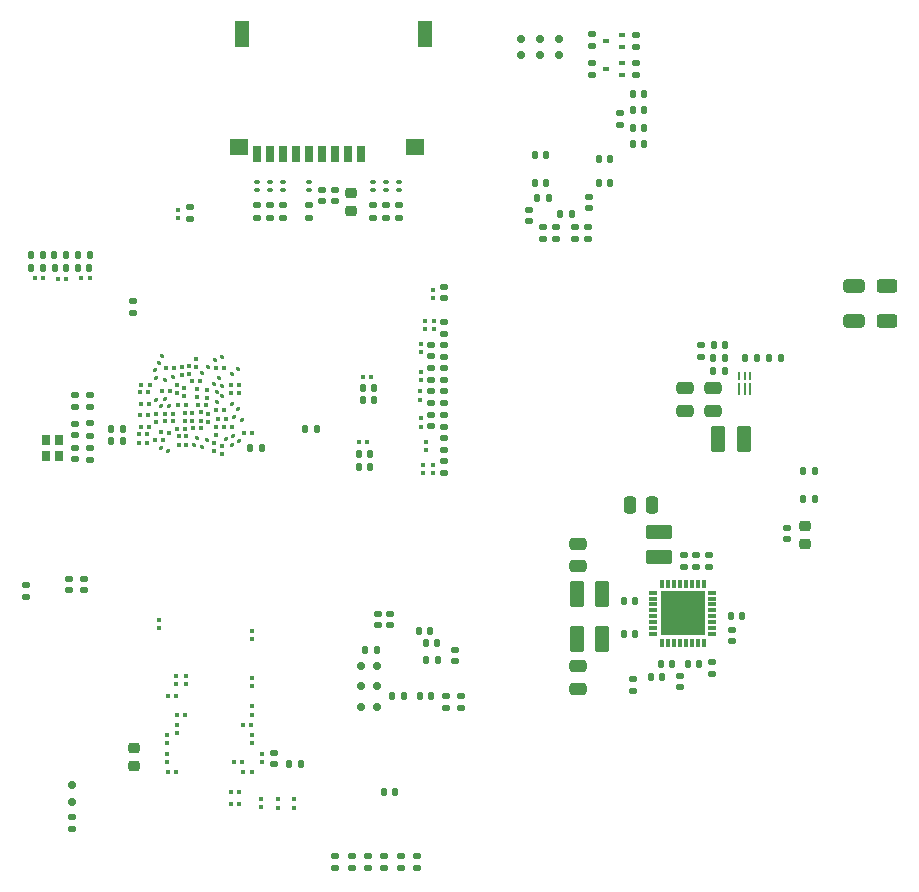
<source format=gbr>
%TF.GenerationSoftware,KiCad,Pcbnew,9.0.1*%
%TF.CreationDate,2026-01-05T16:28:52-05:00*%
%TF.ProjectId,Leonhart,4c656f6e-6861-4727-942e-6b696361645f,rev?*%
%TF.SameCoordinates,Original*%
%TF.FileFunction,Paste,Bot*%
%TF.FilePolarity,Positive*%
%FSLAX46Y46*%
G04 Gerber Fmt 4.6, Leading zero omitted, Abs format (unit mm)*
G04 Created by KiCad (PCBNEW 9.0.1) date 2026-01-05 16:28:52*
%MOMM*%
%LPD*%
G01*
G04 APERTURE LIST*
G04 Aperture macros list*
%AMRoundRect*
0 Rectangle with rounded corners*
0 $1 Rounding radius*
0 $2 $3 $4 $5 $6 $7 $8 $9 X,Y pos of 4 corners*
0 Add a 4 corners polygon primitive as box body*
4,1,4,$2,$3,$4,$5,$6,$7,$8,$9,$2,$3,0*
0 Add four circle primitives for the rounded corners*
1,1,$1+$1,$2,$3*
1,1,$1+$1,$4,$5*
1,1,$1+$1,$6,$7*
1,1,$1+$1,$8,$9*
0 Add four rect primitives between the rounded corners*
20,1,$1+$1,$2,$3,$4,$5,0*
20,1,$1+$1,$4,$5,$6,$7,0*
20,1,$1+$1,$6,$7,$8,$9,0*
20,1,$1+$1,$8,$9,$2,$3,0*%
G04 Aperture macros list end*
%ADD10RoundRect,0.135000X-0.185000X0.135000X-0.185000X-0.135000X0.185000X-0.135000X0.185000X0.135000X0*%
%ADD11RoundRect,0.150000X-0.200000X0.150000X-0.200000X-0.150000X0.200000X-0.150000X0.200000X0.150000X0*%
%ADD12RoundRect,0.140000X0.170000X-0.140000X0.170000X0.140000X-0.170000X0.140000X-0.170000X-0.140000X0*%
%ADD13RoundRect,0.079500X0.100500X-0.079500X0.100500X0.079500X-0.100500X0.079500X-0.100500X-0.079500X0*%
%ADD14RoundRect,0.135000X0.185000X-0.135000X0.185000X0.135000X-0.185000X0.135000X-0.185000X-0.135000X0*%
%ADD15RoundRect,0.140000X-0.170000X0.140000X-0.170000X-0.140000X0.170000X-0.140000X0.170000X0.140000X0*%
%ADD16RoundRect,0.140000X0.140000X0.170000X-0.140000X0.170000X-0.140000X-0.170000X0.140000X-0.170000X0*%
%ADD17RoundRect,0.079500X-0.100500X0.079500X-0.100500X-0.079500X0.100500X-0.079500X0.100500X0.079500X0*%
%ADD18RoundRect,0.079500X-0.114525X-0.057486X0.029578X-0.124682X0.114525X0.057486X-0.029578X0.124682X0*%
%ADD19RoundRect,0.140000X-0.140000X-0.170000X0.140000X-0.170000X0.140000X0.170000X-0.140000X0.170000X0*%
%ADD20RoundRect,0.135000X-0.135000X-0.185000X0.135000X-0.185000X0.135000X0.185000X-0.135000X0.185000X0*%
%ADD21RoundRect,0.079500X0.079500X0.100500X-0.079500X0.100500X-0.079500X-0.100500X0.079500X-0.100500X0*%
%ADD22RoundRect,0.135000X0.135000X0.185000X-0.135000X0.185000X-0.135000X-0.185000X0.135000X-0.185000X0*%
%ADD23RoundRect,0.079500X-0.079500X-0.100500X0.079500X-0.100500X0.079500X0.100500X-0.079500X0.100500X0*%
%ADD24R,0.800000X0.900000*%
%ADD25RoundRect,0.079500X0.014849X-0.127279X0.127279X-0.014849X-0.014849X0.127279X-0.127279X0.014849X0*%
%ADD26RoundRect,0.079500X-0.127279X-0.014849X-0.014849X-0.127279X0.127279X0.014849X0.014849X0.127279X0*%
%ADD27R,0.300000X0.800000*%
%ADD28R,0.800000X0.300000*%
%ADD29R,3.800000X3.800000*%
%ADD30RoundRect,0.150000X0.150000X0.200000X-0.150000X0.200000X-0.150000X-0.200000X0.150000X-0.200000X0*%
%ADD31RoundRect,0.079500X0.112778X-0.060841X0.085168X0.095744X-0.112778X0.060841X-0.085168X-0.095744X0*%
%ADD32RoundRect,0.225000X-0.250000X0.225000X-0.250000X-0.225000X0.250000X-0.225000X0.250000X0.225000X0*%
%ADD33RoundRect,0.045000X-0.205000X0.105000X-0.205000X-0.105000X0.205000X-0.105000X0.205000X0.105000X0*%
%ADD34RoundRect,0.250000X0.250000X0.475000X-0.250000X0.475000X-0.250000X-0.475000X0.250000X-0.475000X0*%
%ADD35RoundRect,0.079500X0.087957X0.093189X-0.070438X0.107046X-0.087957X-0.093189X0.070438X-0.107046X0*%
%ADD36RoundRect,0.100000X-0.155000X-0.100000X0.155000X-0.100000X0.155000X0.100000X-0.155000X0.100000X0*%
%ADD37RoundRect,0.079500X-0.127924X0.007478X-0.036725X-0.122767X0.127924X-0.007478X0.036725X0.122767X0*%
%ADD38R,0.700000X1.400000*%
%ADD39R,1.600000X1.400000*%
%ADD40R,1.200000X2.200000*%
%ADD41RoundRect,0.250000X-0.625000X0.312500X-0.625000X-0.312500X0.625000X-0.312500X0.625000X0.312500X0*%
%ADD42RoundRect,0.250000X-0.650000X0.325000X-0.650000X-0.325000X0.650000X-0.325000X0.650000X0.325000X0*%
%ADD43RoundRect,0.250000X0.375000X0.850000X-0.375000X0.850000X-0.375000X-0.850000X0.375000X-0.850000X0*%
%ADD44RoundRect,0.250000X-0.475000X0.250000X-0.475000X-0.250000X0.475000X-0.250000X0.475000X0.250000X0*%
%ADD45RoundRect,0.079500X0.047286X-0.119099X0.126786X0.018599X-0.047286X0.119099X-0.126786X-0.018599X0*%
%ADD46RoundRect,0.062500X-0.062500X0.237500X-0.062500X-0.237500X0.062500X-0.237500X0.062500X0.237500X0*%
%ADD47RoundRect,0.050000X-0.050000X0.450000X-0.050000X-0.450000X0.050000X-0.450000X0.050000X0.450000X0*%
%ADD48RoundRect,0.079500X0.127924X-0.007478X0.036725X0.122767X-0.127924X0.007478X-0.036725X-0.122767X0*%
%ADD49RoundRect,0.225000X0.250000X-0.225000X0.250000X0.225000X-0.250000X0.225000X-0.250000X-0.225000X0*%
%ADD50RoundRect,0.079500X0.067249X-0.109079X0.121630X0.040333X-0.067249X0.109079X-0.121630X-0.040333X0*%
%ADD51RoundRect,0.250000X0.850000X-0.375000X0.850000X0.375000X-0.850000X0.375000X-0.850000X-0.375000X0*%
%ADD52RoundRect,0.079500X-0.040333X-0.121630X0.109079X-0.067249X0.040333X0.121630X-0.109079X0.067249X0*%
%ADD53RoundRect,0.079500X-0.029578X-0.124682X0.114525X-0.057486X0.029578X0.124682X-0.114525X0.057486X0*%
%ADD54RoundRect,0.250000X0.475000X-0.250000X0.475000X0.250000X-0.475000X0.250000X-0.475000X-0.250000X0*%
%ADD55RoundRect,0.079500X-0.067249X0.109079X-0.121630X-0.040333X0.067249X-0.109079X0.121630X0.040333X0*%
G04 APERTURE END LIST*
D10*
%TO.C,R1061*%
X159032000Y-157960000D03*
X159032000Y-158980000D03*
%TD*%
D11*
%TO.C,D1004*%
X134010000Y-153410000D03*
X134010000Y-152010000D03*
%TD*%
D12*
%TO.C,C3002*%
X185750000Y-133510000D03*
X185750000Y-132550000D03*
%TD*%
D13*
%TO.C,C3074*%
X142970000Y-104025001D03*
X142969999Y-103335000D03*
%TD*%
D10*
%TO.C,R1019*%
X139160000Y-110970000D03*
X139160000Y-111990000D03*
%TD*%
D14*
%TO.C,R6026*%
X159440000Y-103945000D03*
X159440000Y-102925000D03*
%TD*%
D15*
%TO.C,C3015*%
X185450000Y-142760000D03*
X185450000Y-143720000D03*
%TD*%
D14*
%TO.C,R3013*%
X187190625Y-115770000D03*
X187190625Y-114750000D03*
%TD*%
D16*
%TO.C,C3012*%
X184805000Y-141770000D03*
X183845000Y-141770000D03*
%TD*%
D17*
%TO.C,C3047*%
X146630000Y-123300000D03*
X146630000Y-123990000D03*
%TD*%
%TO.C,C4020*%
X152763492Y-153214984D03*
X152763492Y-153904984D03*
%TD*%
D12*
%TO.C,C3099*%
X164375000Y-121632200D03*
X164375000Y-120672200D03*
%TD*%
D16*
%TO.C,C6005*%
X162050000Y-144495000D03*
X161090000Y-144495000D03*
%TD*%
D13*
%TO.C,C3062*%
X164570000Y-110765000D03*
X164570000Y-110075000D03*
%TD*%
D14*
%TO.C,FB3003*%
X165500000Y-119675000D03*
X165500000Y-118655000D03*
%TD*%
D18*
%TO.C,C3120*%
X141467324Y-123454196D03*
X142092676Y-123745804D03*
%TD*%
D19*
%TO.C,C5006*%
X181480000Y-93525000D03*
X182440000Y-93525000D03*
%TD*%
D13*
%TO.C,C4007*%
X149233492Y-143634984D03*
X149233492Y-142944984D03*
%TD*%
D16*
%TO.C,C3005*%
X181680000Y-136400000D03*
X180720000Y-136400000D03*
%TD*%
D13*
%TO.C,C3077*%
X143260000Y-117255000D03*
X143260000Y-116565000D03*
%TD*%
D14*
%TO.C,R1057*%
X157644000Y-158980000D03*
X157644000Y-157960000D03*
%TD*%
D19*
%TO.C,C5004*%
X181480000Y-96400000D03*
X182440000Y-96400000D03*
%TD*%
D17*
%TO.C,C3102*%
X163900000Y-112725000D03*
X163900000Y-113415000D03*
%TD*%
D20*
%TO.C,R3009*%
X137260000Y-122850000D03*
X138280000Y-122850000D03*
%TD*%
D21*
%TO.C,C4018*%
X148149492Y-152569984D03*
X147459492Y-152569984D03*
%TD*%
%TO.C,C3116*%
X140340000Y-122995000D03*
X139650000Y-122995000D03*
%TD*%
%TO.C,C3076*%
X140490000Y-119725000D03*
X139800000Y-119725000D03*
%TD*%
D14*
%TO.C,FB3006*%
X165500000Y-115730000D03*
X165500000Y-114710000D03*
%TD*%
D17*
%TO.C,C4021*%
X151383492Y-153209984D03*
X151383492Y-153899984D03*
%TD*%
D15*
%TO.C,C3014*%
X188175000Y-141600554D03*
X188175000Y-142560554D03*
%TD*%
D22*
%TO.C,R6016*%
X196860000Y-127790000D03*
X195840000Y-127790000D03*
%TD*%
D19*
%TO.C,C5005*%
X181480000Y-94800000D03*
X182440000Y-94800000D03*
%TD*%
D21*
%TO.C,C3031*%
X140340000Y-122270000D03*
X139650000Y-122270000D03*
%TD*%
D23*
%TO.C,C3038*%
X144650000Y-119834999D03*
X145340000Y-119834999D03*
%TD*%
%TO.C,C4013*%
X142093492Y-150869984D03*
X142783492Y-150869984D03*
%TD*%
D21*
%TO.C,C3070*%
X140465000Y-121645000D03*
X139775000Y-121645000D03*
%TD*%
D12*
%TO.C,C3013*%
X187900000Y-133505000D03*
X187900000Y-132545000D03*
%TD*%
D10*
%TO.C,R1053*%
X134220000Y-118990000D03*
X134220000Y-120010000D03*
%TD*%
D15*
%TO.C,C3082*%
X134980000Y-134535000D03*
X134980000Y-135495000D03*
%TD*%
D10*
%TO.C,FB3002*%
X165500000Y-124538400D03*
X165500000Y-125558400D03*
%TD*%
D16*
%TO.C,C5009*%
X179560000Y-101010000D03*
X178600000Y-101010000D03*
%TD*%
D24*
%TO.C,X1002*%
X132840000Y-122760000D03*
X132840000Y-124160000D03*
X131740000Y-124160000D03*
X131740000Y-122760000D03*
%TD*%
D13*
%TO.C,C3054*%
X144900000Y-121140000D03*
X144900000Y-120450000D03*
%TD*%
D25*
%TO.C,C3107*%
X146212323Y-119552678D03*
X146700227Y-119064774D03*
%TD*%
D21*
%TO.C,C3065*%
X140425000Y-120665000D03*
X139735000Y-120665000D03*
%TD*%
D10*
%TO.C,R1059*%
X134010000Y-154670000D03*
X134010000Y-155690000D03*
%TD*%
D19*
%TO.C,C3033*%
X158240000Y-123930000D03*
X159200000Y-123930000D03*
%TD*%
%TO.C,C6003*%
X163430000Y-144485000D03*
X164390000Y-144485000D03*
%TD*%
D22*
%TO.C,R3014*%
X189300625Y-116960000D03*
X188280625Y-116960000D03*
%TD*%
D25*
%TO.C,C3069*%
X147500693Y-117233597D03*
X147988597Y-116745693D03*
%TD*%
D26*
%TO.C,C3039*%
X147011403Y-122695693D03*
X147499307Y-123183597D03*
%TD*%
D21*
%TO.C,C3060*%
X142245000Y-118614999D03*
X141555003Y-118614999D03*
%TD*%
D15*
%TO.C,C6014*%
X156230000Y-101600000D03*
X156230000Y-102560000D03*
%TD*%
D19*
%TO.C,C5008*%
X173160000Y-98660000D03*
X174120000Y-98660000D03*
%TD*%
D27*
%TO.C,U3001*%
X183950000Y-134950000D03*
X184450000Y-134950000D03*
X184950000Y-134950000D03*
X185450000Y-134950000D03*
X185950000Y-134950000D03*
X186450000Y-134950000D03*
X186950000Y-134950000D03*
X187450000Y-134950000D03*
D28*
X188200000Y-135700000D03*
X188200000Y-136200000D03*
X188200000Y-136700000D03*
X188200000Y-137200000D03*
X188200000Y-137700000D03*
X188200000Y-138200000D03*
X188200000Y-138700000D03*
X188200000Y-139200000D03*
D27*
X187450000Y-139950000D03*
X186950000Y-139950000D03*
X186450000Y-139950000D03*
X185950000Y-139950000D03*
X185450000Y-139950000D03*
X184950000Y-139950000D03*
X184450000Y-139950000D03*
X183950000Y-139950000D03*
D28*
X183200000Y-139200000D03*
X183200000Y-138700000D03*
X183200000Y-138200000D03*
X183200000Y-137700000D03*
X183200000Y-137200000D03*
X183200000Y-136700000D03*
X183200000Y-136200000D03*
X183200000Y-135700000D03*
D29*
X185700000Y-137450000D03*
%TD*%
D13*
%TO.C,C3027*%
X146000000Y-123720000D03*
X146000000Y-123030000D03*
%TD*%
D15*
%TO.C,C3096*%
X164375000Y-118650000D03*
X164375000Y-119610000D03*
%TD*%
D20*
%TO.C,FB3009*%
X132480000Y-107130000D03*
X133500000Y-107130000D03*
%TD*%
D14*
%TO.C,R6028*%
X151800000Y-103945000D03*
X151800000Y-102925000D03*
%TD*%
%TO.C,R6030*%
X149600000Y-103945000D03*
X149600000Y-102925000D03*
%TD*%
%TO.C,FB5001*%
X180375000Y-96095000D03*
X180375000Y-95075000D03*
%TD*%
D16*
%TO.C,C3114*%
X133470000Y-108200000D03*
X132510000Y-108200000D03*
%TD*%
D30*
%TO.C,D6003*%
X158410000Y-141925000D03*
X159810000Y-141925000D03*
%TD*%
D31*
%TO.C,C3028*%
X141090668Y-117563441D03*
X140970851Y-116883924D03*
%TD*%
D10*
%TO.C,FB3004*%
X165500000Y-120624200D03*
X165500000Y-121644200D03*
%TD*%
D15*
%TO.C,C3083*%
X133690000Y-134545000D03*
X133690000Y-135505000D03*
%TD*%
D13*
%TO.C,C3100*%
X163506600Y-121648400D03*
X163506600Y-120958400D03*
%TD*%
D14*
%TO.C,R6024*%
X161640000Y-103945000D03*
X161640000Y-102925000D03*
%TD*%
D15*
%TO.C,C5014*%
X177680000Y-104770000D03*
X177680000Y-105730000D03*
%TD*%
D13*
%TO.C,C3056*%
X144550000Y-119140000D03*
X144550000Y-118450000D03*
%TD*%
D11*
%TO.C,D5003*%
X173600000Y-90200000D03*
X173600000Y-88800000D03*
%TD*%
D21*
%TO.C,C3059*%
X142505000Y-120575000D03*
X141815000Y-120575000D03*
%TD*%
D22*
%TO.C,R6015*%
X154700000Y-121865000D03*
X153680000Y-121865000D03*
%TD*%
D13*
%TO.C,C3036*%
X143500000Y-121160000D03*
X143500000Y-120470000D03*
%TD*%
D23*
%TO.C,C3025*%
X147405000Y-118155000D03*
X148095000Y-118155000D03*
%TD*%
D15*
%TO.C,C6015*%
X155140000Y-101600000D03*
X155140000Y-102560000D03*
%TD*%
D19*
%TO.C,C5015*%
X173177000Y-101012000D03*
X174137000Y-101012000D03*
%TD*%
D13*
%TO.C,C3091*%
X163490400Y-117705000D03*
X163490400Y-117015000D03*
%TD*%
D14*
%TO.C,R6012*%
X165670000Y-145465000D03*
X165670000Y-144445000D03*
%TD*%
D17*
%TO.C,C3086*%
X142990000Y-122476000D03*
X142990000Y-123166000D03*
%TD*%
D32*
%TO.C,C6006*%
X196000000Y-130050000D03*
X196000000Y-131600000D03*
%TD*%
D12*
%TO.C,C6008*%
X160930000Y-138455000D03*
X160930000Y-137495000D03*
%TD*%
D19*
%TO.C,C3017*%
X189775000Y-137700000D03*
X190735000Y-137700000D03*
%TD*%
D13*
%TO.C,C3057*%
X143490000Y-119095000D03*
X143490000Y-118405000D03*
%TD*%
D33*
%TO.C,D6008*%
X159440000Y-101615000D03*
X159440000Y-100915000D03*
%TD*%
D10*
%TO.C,FB3001*%
X165500000Y-116670000D03*
X165500000Y-117690000D03*
%TD*%
D21*
%TO.C,C3115*%
X133435000Y-109110000D03*
X132745000Y-109110000D03*
%TD*%
D34*
%TO.C,C3003*%
X183100000Y-128300000D03*
X181200000Y-128300000D03*
%TD*%
D15*
%TO.C,C6007*%
X194550000Y-130220000D03*
X194550000Y-131180000D03*
%TD*%
D35*
%TO.C,C3075*%
X142210000Y-122180000D03*
X141522627Y-122119862D03*
%TD*%
D36*
%TO.C,Q5002*%
X180515000Y-88500000D03*
X180515000Y-89500000D03*
X179225000Y-89000000D03*
%TD*%
D13*
%TO.C,C3053*%
X144130000Y-121145000D03*
X144130000Y-120455000D03*
%TD*%
D23*
%TO.C,C3064*%
X147400000Y-118775000D03*
X148090000Y-118775000D03*
%TD*%
D15*
%TO.C,C5013*%
X176580000Y-104770000D03*
X176580000Y-105730000D03*
%TD*%
D19*
%TO.C,C5017*%
X173380000Y-102290000D03*
X174340000Y-102290000D03*
%TD*%
D13*
%TO.C,C4006*%
X149233492Y-139625000D03*
X149233492Y-138935000D03*
%TD*%
D15*
%TO.C,C5016*%
X172660000Y-103320000D03*
X172660000Y-104280000D03*
%TD*%
D12*
%TO.C,C3061*%
X165500000Y-110790000D03*
X165500000Y-109830000D03*
%TD*%
D21*
%TO.C,C3045*%
X142505000Y-121190000D03*
X141815000Y-121190000D03*
%TD*%
D16*
%TO.C,C1009*%
X161306000Y-152600000D03*
X160346000Y-152600000D03*
%TD*%
D15*
%TO.C,C3105*%
X164375000Y-114720000D03*
X164375000Y-115680000D03*
%TD*%
D33*
%TO.C,D6009*%
X154000000Y-101615000D03*
X154000000Y-100915000D03*
%TD*%
D13*
%TO.C,C3093*%
X164500000Y-125575000D03*
X164500000Y-124885000D03*
%TD*%
D21*
%TO.C,C3119*%
X147490000Y-121695000D03*
X146800000Y-121695000D03*
%TD*%
D13*
%TO.C,C4002*%
X150053492Y-150049984D03*
X150053492Y-149359984D03*
%TD*%
D25*
%TO.C,C3043*%
X146210693Y-118685001D03*
X146698597Y-118197097D03*
%TD*%
D13*
%TO.C,C4014*%
X142033492Y-150024984D03*
X142033492Y-149334984D03*
%TD*%
D32*
%TO.C,C6013*%
X157570000Y-101875000D03*
X157570000Y-103425000D03*
%TD*%
D19*
%TO.C,C3011*%
X186125000Y-141770000D03*
X187085000Y-141770000D03*
%TD*%
%TO.C,C5003*%
X181470000Y-97700000D03*
X182430000Y-97700000D03*
%TD*%
D13*
%TO.C,C4008*%
X149233492Y-146024984D03*
X149233492Y-145334984D03*
%TD*%
D15*
%TO.C,C3018*%
X189835000Y-138870000D03*
X189835000Y-139830000D03*
%TD*%
D14*
%TO.C,R1056*%
X161808000Y-158980000D03*
X161808000Y-157960000D03*
%TD*%
D22*
%TO.C,R6018*%
X150040000Y-123485000D03*
X149020000Y-123485000D03*
%TD*%
D37*
%TO.C,C3023*%
X141083073Y-119369785D03*
X141478841Y-119935000D03*
%TD*%
D22*
%TO.C,R3008*%
X138280000Y-121880000D03*
X137260000Y-121880000D03*
%TD*%
D13*
%TO.C,C3030*%
X141080001Y-121260000D03*
X141080001Y-120570000D03*
%TD*%
D14*
%TO.C,R3007*%
X181500000Y-144030000D03*
X181500000Y-143010000D03*
%TD*%
D21*
%TO.C,C3122*%
X140410000Y-118735000D03*
X139720000Y-118735000D03*
%TD*%
%TO.C,C4017*%
X143578492Y-146069984D03*
X142888492Y-146069984D03*
%TD*%
D38*
%TO.C,J6003*%
X158400000Y-98600000D03*
X157300000Y-98600000D03*
X156200000Y-98600000D03*
X155100000Y-98600000D03*
X154000000Y-98600000D03*
X152900000Y-98600000D03*
X151800000Y-98600000D03*
X150700000Y-98600000D03*
X149600000Y-98600000D03*
D39*
X148150000Y-98000000D03*
X163000000Y-98000000D03*
D40*
X148400000Y-88400000D03*
X163900000Y-88400000D03*
%TD*%
D14*
%TO.C,R6029*%
X150700000Y-103945000D03*
X150700000Y-102925000D03*
%TD*%
D17*
%TO.C,C3042*%
X143610000Y-122483000D03*
X143610000Y-123173000D03*
%TD*%
D21*
%TO.C,R4009*%
X148148492Y-153629984D03*
X147458492Y-153629984D03*
%TD*%
D10*
%TO.C,R1052*%
X135500000Y-121380000D03*
X135500000Y-122400000D03*
%TD*%
D21*
%TO.C,C3055*%
X144908000Y-121765000D03*
X144218000Y-121765000D03*
%TD*%
D33*
%TO.C,D6012*%
X149600000Y-101615000D03*
X149600000Y-100915000D03*
%TD*%
D17*
%TO.C,C3103*%
X164620000Y-112725000D03*
X164620000Y-113415000D03*
%TD*%
D12*
%TO.C,C6002*%
X166420000Y-141485000D03*
X166420000Y-140525000D03*
%TD*%
D41*
%TO.C,R5027*%
X203000000Y-109737500D03*
X203000000Y-112662500D03*
%TD*%
D13*
%TO.C,R4002*%
X142790000Y-143470000D03*
X142790000Y-142780000D03*
%TD*%
D33*
%TO.C,D6006*%
X161640000Y-101615000D03*
X161640000Y-100915000D03*
%TD*%
D18*
%TO.C,C3078*%
X147708455Y-120803394D03*
X148333807Y-121095001D03*
%TD*%
D17*
%TO.C,C3095*%
X146140000Y-121660000D03*
X146140000Y-122350000D03*
%TD*%
D42*
%TO.C,C5021*%
X200175000Y-109725000D03*
X200175000Y-112675000D03*
%TD*%
D22*
%TO.C,R3012*%
X189300625Y-115825000D03*
X188280625Y-115825000D03*
%TD*%
D14*
%TO.C,R1055*%
X163196000Y-158980000D03*
X163196000Y-157960000D03*
%TD*%
D23*
%TO.C,C4009*%
X148448492Y-146879984D03*
X149138492Y-146879984D03*
%TD*%
D16*
%TO.C,C3108*%
X131490000Y-108200000D03*
X130530000Y-108200000D03*
%TD*%
D22*
%TO.C,R6017*%
X196860000Y-125370000D03*
X195840000Y-125370000D03*
%TD*%
D43*
%TO.C,L3002*%
X178875000Y-135794446D03*
X176725000Y-135794446D03*
%TD*%
D21*
%TO.C,C3109*%
X131525000Y-109090000D03*
X130835000Y-109090000D03*
%TD*%
D23*
%TO.C,C3124*%
X158605000Y-117480000D03*
X159295000Y-117480000D03*
%TD*%
D13*
%TO.C,C3037*%
X145520000Y-121275000D03*
X145520000Y-120585000D03*
%TD*%
D12*
%TO.C,C6009*%
X159860000Y-138455000D03*
X159860000Y-137495000D03*
%TD*%
%TO.C,C4001*%
X151063492Y-150219984D03*
X151063492Y-149259984D03*
%TD*%
D14*
%TO.C,R5031*%
X178025000Y-89460000D03*
X178025000Y-88440000D03*
%TD*%
D25*
%TO.C,C3026*%
X144990000Y-117125000D03*
X145477904Y-116637096D03*
%TD*%
D13*
%TO.C,C3094*%
X163725000Y-125582400D03*
X163725000Y-124892400D03*
%TD*%
D16*
%TO.C,C3111*%
X135450000Y-108200000D03*
X134490000Y-108200000D03*
%TD*%
D23*
%TO.C,C3034*%
X158255000Y-122920000D03*
X158945000Y-122920000D03*
%TD*%
%TO.C,C3058*%
X146150000Y-120265000D03*
X146840000Y-120265000D03*
%TD*%
D36*
%TO.C,Q5001*%
X180515000Y-90840000D03*
X180515000Y-91840000D03*
X179225000Y-91340000D03*
%TD*%
D44*
%TO.C,C3009*%
X176825000Y-141950000D03*
X176825000Y-143850000D03*
%TD*%
D13*
%TO.C,R4001*%
X143650000Y-143470000D03*
X143650000Y-142780000D03*
%TD*%
D23*
%TO.C,C3110*%
X142855000Y-121815000D03*
X143545000Y-121815000D03*
%TD*%
D17*
%TO.C,C3097*%
X163475000Y-118670000D03*
X163475000Y-119360000D03*
%TD*%
D45*
%TO.C,C3063*%
X145020000Y-123355000D03*
X145365000Y-122757444D03*
%TD*%
D13*
%TO.C,C4003*%
X141353492Y-138734984D03*
X141353492Y-138044984D03*
%TD*%
D46*
%TO.C,U3002*%
X191416625Y-117402000D03*
X190916625Y-117402000D03*
X190416625Y-117402000D03*
D47*
X190416625Y-118502000D03*
X190916625Y-118502000D03*
X191416625Y-118502000D03*
%TD*%
D14*
%TO.C,R1054*%
X160420000Y-158980000D03*
X160420000Y-157960000D03*
%TD*%
D10*
%TO.C,R5028*%
X181725000Y-90825000D03*
X181725000Y-91845000D03*
%TD*%
D19*
%TO.C,C3051*%
X158570000Y-119430000D03*
X159530000Y-119430000D03*
%TD*%
D48*
%TO.C,C3041*%
X142203885Y-119875000D03*
X141808117Y-119309785D03*
%TD*%
D49*
%TO.C,C4005*%
X139209492Y-150379984D03*
X139209492Y-148829984D03*
%TD*%
D22*
%TO.C,FB4001*%
X153323492Y-150229984D03*
X152303492Y-150229984D03*
%TD*%
D17*
%TO.C,R4010*%
X149963492Y-153199984D03*
X149963492Y-153889984D03*
%TD*%
D26*
%TO.C,C3092*%
X147500000Y-119695000D03*
X147987904Y-120182904D03*
%TD*%
D20*
%TO.C,FB5002*%
X175270000Y-103650000D03*
X176290000Y-103650000D03*
%TD*%
D12*
%TO.C,C3010*%
X186800000Y-133500000D03*
X186800000Y-132540000D03*
%TD*%
D22*
%TO.C,R3011*%
X193970000Y-115820000D03*
X192950000Y-115820000D03*
%TD*%
D14*
%TO.C,R6027*%
X154000000Y-103945000D03*
X154000000Y-102925000D03*
%TD*%
D21*
%TO.C,C3123*%
X140545001Y-118115000D03*
X139855001Y-118115000D03*
%TD*%
D11*
%TO.C,D5002*%
X172000000Y-90200000D03*
X172000000Y-88800000D03*
%TD*%
D13*
%TO.C,C3117*%
X163975000Y-123625000D03*
X163975000Y-122935000D03*
%TD*%
D14*
%TO.C,R1018*%
X130050000Y-136050000D03*
X130050000Y-135030000D03*
%TD*%
D13*
%TO.C,C3104*%
X145440000Y-119210000D03*
X145440000Y-118520000D03*
%TD*%
D15*
%TO.C,C5012*%
X174980000Y-104770000D03*
X174980000Y-105730000D03*
%TD*%
D50*
%TO.C,C3066*%
X141372003Y-116294195D03*
X141607997Y-115645807D03*
%TD*%
D51*
%TO.C,L3001*%
X183700000Y-132700000D03*
X183700000Y-130550000D03*
%TD*%
D22*
%TO.C,R3010*%
X191950000Y-115825000D03*
X190930000Y-115825000D03*
%TD*%
D14*
%TO.C,R6019*%
X166900000Y-145460000D03*
X166900000Y-144440000D03*
%TD*%
D52*
%TO.C,C3024*%
X141835104Y-117722443D03*
X142483491Y-117486449D03*
%TD*%
D20*
%TO.C,FB3007*%
X130500000Y-107130000D03*
X131520000Y-107130000D03*
%TD*%
D13*
%TO.C,C3072*%
X144510000Y-116615000D03*
X144510000Y-115925000D03*
%TD*%
D16*
%TO.C,C6004*%
X164300000Y-138945000D03*
X163340000Y-138945000D03*
%TD*%
D22*
%TO.C,R6020*%
X164960000Y-141395000D03*
X163940000Y-141395000D03*
%TD*%
D30*
%TO.C,D6005*%
X158410000Y-145365000D03*
X159810000Y-145365000D03*
%TD*%
D17*
%TO.C,C4016*%
X142833492Y-146924984D03*
X142833492Y-147614984D03*
%TD*%
D13*
%TO.C,C3040*%
X142870000Y-118780000D03*
X142870000Y-118090000D03*
%TD*%
D53*
%TO.C,C3067*%
X146056193Y-116035488D03*
X146681546Y-115743882D03*
%TD*%
D16*
%TO.C,C5010*%
X179560000Y-99020000D03*
X178600000Y-99020000D03*
%TD*%
D12*
%TO.C,C3073*%
X143930000Y-104050000D03*
X143930000Y-103090000D03*
%TD*%
D43*
%TO.C,L3003*%
X178875000Y-139594446D03*
X176725000Y-139594446D03*
%TD*%
D21*
%TO.C,C3112*%
X135465000Y-109100000D03*
X134775000Y-109100000D03*
%TD*%
D16*
%TO.C,C3020*%
X189270625Y-114700000D03*
X188310625Y-114700000D03*
%TD*%
D54*
%TO.C,C3006*%
X176825000Y-133469446D03*
X176825000Y-131569446D03*
%TD*%
D30*
%TO.C,D6004*%
X158410000Y-143645000D03*
X159810000Y-143645000D03*
%TD*%
D55*
%TO.C,C3085*%
X144557997Y-122580807D03*
X144322003Y-123229195D03*
%TD*%
D26*
%TO.C,C3118*%
X147596048Y-122401049D03*
X148083952Y-122888953D03*
%TD*%
D14*
%TO.C,R1058*%
X156256000Y-158980000D03*
X156256000Y-157960000D03*
%TD*%
D12*
%TO.C,C3090*%
X164375000Y-117685000D03*
X164375000Y-116725000D03*
%TD*%
D10*
%TO.C,R5030*%
X181725000Y-88490000D03*
X181725000Y-89510000D03*
%TD*%
D19*
%TO.C,C3052*%
X158580000Y-118380000D03*
X159540000Y-118380000D03*
%TD*%
D23*
%TO.C,C3068*%
X146180000Y-116725000D03*
X146870000Y-116725000D03*
%TD*%
D21*
%TO.C,C4012*%
X149178492Y-150869984D03*
X148488492Y-150869984D03*
%TD*%
D33*
%TO.C,D6011*%
X150700000Y-101615000D03*
X150700000Y-100915000D03*
%TD*%
D13*
%TO.C,C4015*%
X142033492Y-148424984D03*
X142033492Y-147734984D03*
%TD*%
D15*
%TO.C,C1005*%
X134220000Y-123460000D03*
X134220000Y-124420000D03*
%TD*%
D17*
%TO.C,C3106*%
X163490400Y-114675000D03*
X163490400Y-115365000D03*
%TD*%
D23*
%TO.C,C3029*%
X141945000Y-116705000D03*
X142635000Y-116705000D03*
%TD*%
D12*
%TO.C,C1006*%
X134220000Y-122370000D03*
X134220000Y-121410000D03*
%TD*%
D43*
%TO.C,L3004*%
X190840625Y-122660000D03*
X188690625Y-122660000D03*
%TD*%
D54*
%TO.C,C3022*%
X185914625Y-120300000D03*
X185914625Y-118400000D03*
%TD*%
D23*
%TO.C,C3101*%
X148495000Y-122225000D03*
X149185000Y-122225000D03*
%TD*%
%TO.C,C4004*%
X142110000Y-144450000D03*
X142800000Y-144450000D03*
%TD*%
D54*
%TO.C,C3021*%
X188230625Y-120300000D03*
X188230625Y-118400000D03*
%TD*%
D19*
%TO.C,C3032*%
X158240000Y-125050000D03*
X159200000Y-125050000D03*
%TD*%
D11*
%TO.C,D5001*%
X175200000Y-90200000D03*
X175200000Y-88800000D03*
%TD*%
D19*
%TO.C,C3016*%
X182995000Y-142840000D03*
X183955000Y-142840000D03*
%TD*%
D13*
%TO.C,C4010*%
X149223492Y-148414984D03*
X149223492Y-147724984D03*
%TD*%
%TO.C,C3071*%
X143890000Y-117200000D03*
X143890000Y-116510000D03*
%TD*%
D33*
%TO.C,D6010*%
X151800000Y-101615000D03*
X151800000Y-100915000D03*
%TD*%
%TO.C,D6007*%
X160540000Y-101615000D03*
X160540000Y-100915000D03*
%TD*%
D14*
%TO.C,FB3005*%
X165500000Y-113770000D03*
X165500000Y-112750000D03*
%TD*%
D23*
%TO.C,C3035*%
X144115000Y-117825000D03*
X144805000Y-117825000D03*
%TD*%
D21*
%TO.C,C3098*%
X147020000Y-121035000D03*
X146330000Y-121035000D03*
%TD*%
D14*
%TO.C,R6025*%
X160540000Y-103945000D03*
X160540000Y-102925000D03*
%TD*%
D20*
%TO.C,R6013*%
X158790000Y-140525000D03*
X159810000Y-140525000D03*
%TD*%
D15*
%TO.C,C5011*%
X173880000Y-104770000D03*
X173880000Y-105730000D03*
%TD*%
D14*
%TO.C,R1047*%
X135500000Y-124470000D03*
X135500000Y-123450000D03*
%TD*%
D23*
%TO.C,C3044*%
X141015000Y-122770002D03*
X141705000Y-122770002D03*
%TD*%
D12*
%TO.C,C5007*%
X177720000Y-103160000D03*
X177720000Y-102200000D03*
%TD*%
D16*
%TO.C,C3008*%
X181675000Y-139200000D03*
X180715000Y-139200000D03*
%TD*%
D14*
%TO.C,R1045*%
X135530000Y-120010000D03*
X135530000Y-118990000D03*
%TD*%
D21*
%TO.C,C3113*%
X143626000Y-119822000D03*
X142936000Y-119822000D03*
%TD*%
D23*
%TO.C,C4011*%
X147668492Y-150079984D03*
X148358492Y-150079984D03*
%TD*%
D25*
%TO.C,C3046*%
X145970693Y-118033597D03*
X146458597Y-117545693D03*
%TD*%
D10*
%TO.C,FB3010*%
X165500000Y-122580000D03*
X165500000Y-123600000D03*
%TD*%
D20*
%TO.C,FB3008*%
X134460000Y-107130000D03*
X135480000Y-107130000D03*
%TD*%
D10*
%TO.C,R5029*%
X178025000Y-90880000D03*
X178025000Y-91900000D03*
%TD*%
D19*
%TO.C,C6001*%
X163910000Y-139965000D03*
X164870000Y-139965000D03*
%TD*%
M02*

</source>
